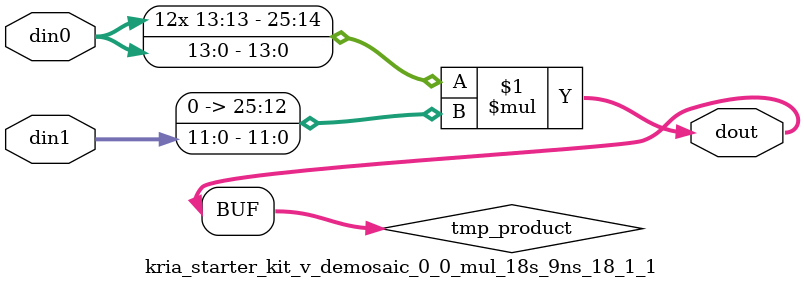
<source format=v>

`timescale 1 ns / 1 ps

 module kria_starter_kit_v_demosaic_0_0_mul_18s_9ns_18_1_1(din0, din1, dout);
parameter ID = 1;
parameter NUM_STAGE = 0;
parameter din0_WIDTH = 14;
parameter din1_WIDTH = 12;
parameter dout_WIDTH = 26;

input [din0_WIDTH - 1 : 0] din0; 
input [din1_WIDTH - 1 : 0] din1; 
output [dout_WIDTH - 1 : 0] dout;

wire signed [dout_WIDTH - 1 : 0] tmp_product;


























assign tmp_product = $signed(din0) * $signed({1'b0, din1});









assign dout = tmp_product;





















endmodule

</source>
